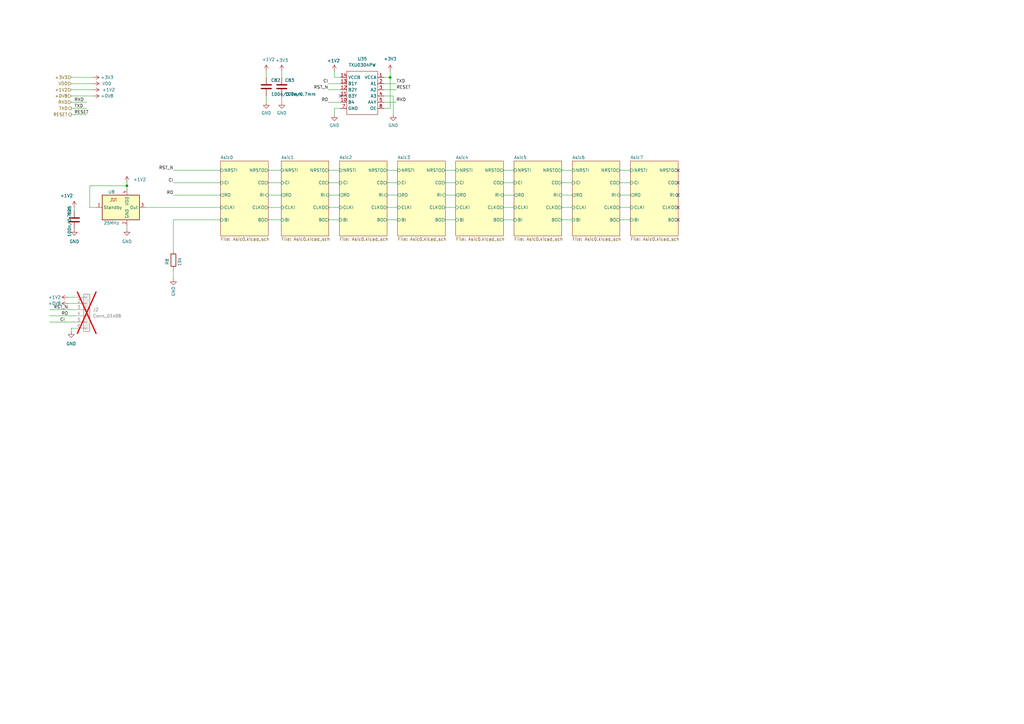
<source format=kicad_sch>
(kicad_sch (version 20250114) (generator "eeschema") (generator_version "9.0")
  (paper "A3")
  (title_block (title "BM1366 PiAxe") (date "2023-10-10") (rev "202"))
  (lib_symbols
    (symbol "+3V3_1" (power) (pin_numbers (hide yes)) (pin_names (offset 0) (hide yes))
      (property "Value" "+3V3" (at 0 3.556 0))
      (symbol "+3V3_1_0_1"
        (polyline (pts (xy -0.762 1.27) (xy 0 2.54)))
        (polyline (pts (xy 0 2.54) (xy 0.762 1.27)))
        (polyline (pts (xy 0 0) (xy 0 2.54)))
      )
      (symbol "+3V3_1_1_1"
        (pin power_in line (at 0 0 90) (length 0) (name "~") (number "1"))
      )
    )
    (symbol "Connector_Generic:Conn_01x06" (pin_names (offset 1.016) (hide yes))
      (property "Reference" "J" (at 0 7.62 0))
      (property "Value" "Conn_01x06" (at 0 -10.16 0))
      (symbol "Conn_01x06_1_1"
        (rectangle (start -1.27 6.35) (end 1.27 -8.89) (stroke (width 0.254)) (fill (type background)))
        (rectangle (start -1.27 5.207) (end 0 4.953) (stroke (width 0.1524)))
        (rectangle (start -1.27 2.667) (end 0 2.413) (stroke (width 0.1524)))
        (rectangle (start -1.27 0.127) (end 0 -0.127) (stroke (width 0.1524)))
        (rectangle (start -1.27 -2.413) (end 0 -2.667) (stroke (width 0.1524)))
        (rectangle (start -1.27 -4.953) (end 0 -5.207) (stroke (width 0.1524)))
        (rectangle (start -1.27 -7.493) (end 0 -7.747) (stroke (width 0.1524)))
        (pin passive line (at -5.08 5.08 0) (length 3.81) (name "Pin_1") (number "1"))
        (pin passive line (at -5.08 2.54 0) (length 3.81) (name "Pin_2") (number "2"))
        (pin passive line (at -5.08 0 0) (length 3.81) (name "Pin_3") (number "3"))
        (pin passive line (at -5.08 -2.54 0) (length 3.81) (name "Pin_4") (number "4"))
        (pin passive line (at -5.08 -5.08 0) (length 3.81) (name "Pin_5") (number "5"))
        (pin passive line (at -5.08 -7.62 0) (length 3.81) (name "Pin_6") (number "6"))
      )
    )
    (symbol "Device:C" (pin_numbers (hide yes)) (pin_names (offset 0.254))
      (property "Reference" "C" (at 0.635 2.54 0))
      (property "Value" "C" (at 0.635 -2.54 0))
      (symbol "C_0_1"
        (polyline (pts (xy -2.032 0.762) (xy 2.032 0.762)) (stroke (width 0.508)))
        (polyline (pts (xy -2.032 -0.762) (xy 2.032 -0.762)) (stroke (width 0.508)))
      )
      (symbol "C_1_1"
        (pin passive line (at 0 3.81 270) (length 2.794) (name "~") (number "1"))
        (pin passive line (at 0 -3.81 90) (length 2.794) (name "~") (number "2"))
      )
    )
    (symbol "Device:R" (pin_numbers (hide yes)) (pin_names (offset 0))
      (property "Reference" "R" (at 2.032 0 90))
      (property "Value" "R" (at 0 0 90))
      (symbol "R_0_1"
        (rectangle (start -1.016 -2.54) (end 1.016 2.54) (stroke (width 0.254)))
      )
      (symbol "R_1_1"
        (pin passive line (at 0 3.81 270) (length 1.27) (name "~") (number "1"))
        (pin passive line (at 0 -3.81 90) (length 1.27) (name "~") (number "2"))
      )
    )
    (symbol "GND_2" (power) (pin_names (offset 0))
      (property "Value" "GND_2" (at 0 -3.81 0))
      (symbol "GND_2_0_1"
        (polyline (pts (xy 0 0) (xy 0 -1.27) (xy 1.27 -1.27) (xy 0 -2.54) (xy -1.27 -1.27) (xy 0 -1.27)))
      )
      (symbol "GND_2_1_1"
        (pin power_in line (at 0 0 270) (length 0) (hide yes) (name "GND") (number "1"))
      )
    )
    (symbol "GND_3" (power) (pin_names (offset 0))
      (property "Value" "GND_3" (at 0 -3.81 0))
      (symbol "GND_3_0_1"
        (polyline (pts (xy 0 0) (xy 0 -1.27) (xy 1.27 -1.27) (xy 0 -2.54) (xy -1.27 -1.27) (xy 0 -1.27)))
      )
      (symbol "GND_3_1_1"
        (pin power_in line (at 0 0 270) (length 0) (hide yes) (name "GND") (number "1"))
      )
    )
    (symbol "GND_4" (power) (pin_names (offset 0))
      (property "Value" "GND_4" (at 0 -3.81 0))
      (symbol "GND_4_0_1"
        (polyline (pts (xy 0 0) (xy 0 -1.27) (xy 1.27 -1.27) (xy 0 -2.54) (xy -1.27 -1.27) (xy 0 -1.27)))
      )
      (symbol "GND_4_1_1"
        (pin power_in line (at 0 0 270) (length 0) (hide yes) (name "GND") (number "1"))
      )
    )
    (symbol "GND_5" (power) (pin_names (offset 0))
      (property "Value" "GND_5" (at 0 -3.81 0))
      (symbol "GND_5_0_1"
        (polyline (pts (xy 0 0) (xy 0 -1.27) (xy 1.27 -1.27) (xy 0 -2.54) (xy -1.27 -1.27) (xy 0 -1.27)))
      )
      (symbol "GND_5_1_1"
        (pin power_in line (at 0 0 270) (length 0) (hide yes) (name "GND") (number "1"))
      )
    )
    (symbol "GND_8" (power) (pin_names (offset 0))
      (property "Value" "GND_8" (at 0 -3.81 0))
      (symbol "GND_8_0_1"
        (polyline (pts (xy 0 0) (xy 0 -1.27) (xy 1.27 -1.27) (xy 0 -2.54) (xy -1.27 -1.27) (xy 0 -1.27)))
      )
      (symbol "GND_8_1_1"
        (pin power_in line (at 0 0 270) (length 0) (hide yes) (name "GND") (number "1"))
      )
    )
    (symbol "Oscillator:ASDMB-xxxMHz"
      (property "Reference" "U" (at -6.35 6.35 0))
      (property "Value" "ASDMB-xxxMHz" (at 11.43 6.35 0))
      (symbol "ASDMB-xxxMHz_1_1"
        (rectangle (start -7.62 5.08) (end 7.62 -5.08) (stroke (width 0.254)) (fill (type background)))
        (polyline (pts (xy -4.445 2.54) (xy -3.81 2.54) (xy -3.81 3.81) (xy -3.175 3.81) (xy -3.175 2.54) (xy -2.54 2.54) (xy -2.54 3.81) (xy -1.905 3.81) (xy -1.905 2.54)))
        (pin input line (at -10.16 0 0) (length 2.54) (name "Standby") (number "1"))
        (pin power_in line (at 2.54 7.62 270) (length 2.54) (name "VDD") (number "4"))
        (pin power_in line (at 2.54 -7.62 90) (length 2.54) (name "GND") (number "2"))
        (pin output line (at 10.16 0 180) (length 2.54) (name "Out") (number "3"))
      )
    )
    (symbol "mylib7:+0V8" (power) (exclude_from_sim yes) (in_bom no) (on_board no)
      (property "Value" "+0V8" (at 0 3.175 90))
      (symbol "+0V8_0_1"
        (polyline (pts (xy -0.762 1.27) (xy 0 2.54)))
        (polyline (pts (xy 0 2.54) (xy 0.762 1.27)))
        (polyline (pts (xy 0 0) (xy 0 2.54)))
      )
      (symbol "+0V8_1_1"
        (pin power_in line (at 0 0 90) (length 0) (hide yes) (name "+0V8") (number "1"))
      )
    )
    (symbol "mylib7:TXU0304"
      (property "Reference" "U" (at -1.27 8.382 0))
      (property "Value" "TXU0304PW" (at -10.16 2.54 0))
      (symbol "TXU0304_0_1"
        (rectangle (start -7.62 7.62) (end 5.08 -10.16))
      )
      (symbol "TXU0304_1_1"
        (pin power_in line (at -10.16 5.08 0) (length 2.54) (name "VCCA") (number "1"))
        (pin input line (at -10.16 2.54 0) (length 2.54) (name "A1") (number "2"))
        (pin input line (at -10.16 0 0) (length 2.54) (name "A2") (number "3"))
        (pin input line (at -10.16 -2.54 0) (length 2.54) (name "A3") (number "4"))
        (pin output line (at -10.16 -5.08 0) (length 2.54) (name "A4Y") (number "5"))
        (pin input line (at -10.16 -7.62 0) (length 2.54) (name "OE") (number "8"))
        (pin power_in line (at 7.62 5.08 180) (length 2.54) (name "VCCB") (number "14"))
        (pin output line (at 7.62 2.54 180) (length 2.54) (name "B1Y") (number "13"))
        (pin output line (at 7.62 0 180) (length 2.54) (name "B2Y") (number "12"))
        (pin output line (at 7.62 -2.54 180) (length 2.54) (name "B3Y") (number "11"))
        (pin input line (at 7.62 -5.08 180) (length 2.54) (name "B4") (number "10"))
        (pin passive line (at 7.62 -7.62 180) (length 2.54) (name "GND") (number "7"))
      )
    )
    (symbol "power:+1V2" (power) (pin_numbers (hide yes)) (pin_names (offset 0) (hide yes))
      (property "Value" "+1V2" (at 0 3.556 0))
      (symbol "+1V2_0_1"
        (polyline (pts (xy -0.762 1.27) (xy 0 2.54)))
        (polyline (pts (xy 0 2.54) (xy 0.762 1.27)))
        (polyline (pts (xy 0 0) (xy 0 2.54)))
      )
      (symbol "+1V2_1_1"
        (pin power_in line (at 0 0 90) (length 0) (name "~") (number "1"))
      )
    )
    (symbol "power:+3V3" (power) (pin_names (offset 0))
      (property "Value" "+3V3" (at 0 3.556 0))
      (symbol "+3V3_0_1"
        (polyline (pts (xy -0.762 1.27) (xy 0 2.54)))
        (polyline (pts (xy 0 2.54) (xy 0.762 1.27)))
        (polyline (pts (xy 0 0) (xy 0 2.54)))
      )
      (symbol "+3V3_1_1"
        (pin power_in line (at 0 0 90) (length 0) (hide yes) (name "+3V3") (number "1"))
      )
    )
    (symbol "power:GND" (power) (pin_names (offset 0))
      (property "Value" "GND" (at 0 -3.81 0))
      (symbol "GND_0_1"
        (polyline (pts (xy 0 0) (xy 0 -1.27) (xy 1.27 -1.27) (xy 0 -2.54) (xy -1.27 -1.27) (xy 0 -1.27)))
      )
      (symbol "GND_1_1"
        (pin power_in line (at 0 0 270) (length 0) (hide yes) (name "GND") (number "1"))
      )
    )
    (symbol "power:VDD" (power) (pin_numbers (hide yes)) (pin_names (offset 0) (hide yes))
      (property "Value" "VDD" (at 0 3.556 0))
      (symbol "VDD_0_1"
        (polyline (pts (xy -0.762 1.27) (xy 0 2.54)))
        (polyline (pts (xy 0 2.54) (xy 0.762 1.27)))
        (polyline (pts (xy 0 0) (xy 0 2.54)))
      )
      (symbol "VDD_1_1"
        (pin power_in line (at 0 0 90) (length 0) (name "~") (number "1"))
      )
    )
  )
  (junction (at 160.02 31.75))
  (junction (at 52.07 76.2))
  (no_connect (at 139.7 39.37))
  (no_connect (at 278.13 74.93))
  (no_connect (at 278.13 69.85))
  (no_connect (at 278.13 90.17))
  (no_connect (at 278.13 85.09))
  (no_connect (at 278.13 80.01))
  (wire (pts (xy 52.07 76.2) (xy 52.07 77.47)))
  (wire (pts (xy 29.21 34.29) (xy 38.1 34.29)))
  (wire (pts (xy 230.378 90.17) (xy 234.696 90.17)))
  (wire (pts (xy 134.62 34.29) (xy 139.7 34.29)))
  (wire (pts (xy 134.874 69.85) (xy 139.192 69.85)))
  (wire (pts (xy 52.07 74.93) (xy 52.07 76.2)))
  (wire (pts (xy 137.16 29.21) (xy 137.16 31.75)))
  (wire (pts (xy 30.48 85.09) (xy 30.48 86.36)))
  (wire (pts (xy 134.874 80.01) (xy 139.192 80.01)))
  (wire (pts (xy 27.94 124.46) (xy 30.48 124.46)))
  (wire (pts (xy 36.83 76.2) (xy 36.83 85.09)))
  (wire (pts (xy 161.29 39.37) (xy 157.48 39.37)))
  (wire (pts (xy 29.21 31.75) (xy 38.1 31.75)))
  (wire (pts (xy 206.502 85.09) (xy 210.82 85.09)))
  (wire (pts (xy 52.07 76.2) (xy 36.83 76.2)))
  (wire (pts (xy 71.12 90.17) (xy 90.424 90.17)))
  (wire (pts (xy 59.69 85.09) (xy 90.424 85.09)))
  (wire (pts (xy 182.626 90.17) (xy 186.944 90.17)))
  (wire (pts (xy 157.48 34.29) (xy 162.56 34.29)))
  (wire (pts (xy 206.502 74.93) (xy 210.82 74.93)))
  (wire (pts (xy 254.254 80.01) (xy 258.572 80.01)))
  (wire (pts (xy 230.378 85.09) (xy 234.696 85.09)))
  (wire (pts (xy 137.16 31.75) (xy 139.7 31.75)))
  (wire (pts (xy 36.83 85.09) (xy 39.37 85.09)))
  (wire (pts (xy 115.57 39.37) (xy 115.57 41.91)))
  (wire (pts (xy 29.21 134.62) (xy 30.48 134.62)))
  (wire (pts (xy 71.12 102.87) (xy 71.12 90.17)))
  (wire (pts (xy 160.02 29.21) (xy 160.02 31.75)))
  (wire (pts (xy 71.12 114.3) (xy 71.12 110.49)))
  (wire (pts (xy 71.12 74.93) (xy 90.424 74.93)))
  (wire (pts (xy 109.982 80.01) (xy 115.316 80.01)))
  (wire (pts (xy 71.12 69.85) (xy 90.424 69.85)))
  (wire (pts (xy 206.502 69.85) (xy 210.82 69.85)))
  (wire (pts (xy 206.502 80.01) (xy 210.82 80.01)))
  (wire (pts (xy 109.982 85.09) (xy 115.316 85.09)))
  (wire (pts (xy 182.626 85.09) (xy 186.944 85.09)))
  (wire (pts (xy 158.75 80.01) (xy 163.068 80.01)))
  (wire (pts (xy 254.254 74.93) (xy 258.572 74.93)))
  (wire (pts (xy 254.254 85.09) (xy 258.572 85.09)))
  (wire (pts (xy 254.254 69.85) (xy 258.572 69.85)))
  (wire (pts (xy 182.626 74.93) (xy 186.944 74.93)))
  (wire (pts (xy 160.02 31.75) (xy 157.48 31.75)))
  (wire (pts (xy 134.62 41.91) (xy 139.7 41.91)))
  (wire (pts (xy 109.982 69.85) (xy 115.316 69.85)))
  (wire (pts (xy 157.48 44.45) (xy 160.02 44.45)))
  (wire (pts (xy 115.57 29.21) (xy 115.57 31.75)))
  (wire (pts (xy 29.21 135.89) (xy 29.21 134.62)))
  (wire (pts (xy 158.75 69.85) (xy 163.068 69.85)))
  (wire (pts (xy 158.75 90.17) (xy 163.068 90.17)))
  (wire (pts (xy 161.29 46.99) (xy 161.29 39.37)))
  (wire (pts (xy 109.22 29.21) (xy 109.22 31.75)))
  (wire (pts (xy 71.12 80.01) (xy 90.424 80.01)))
  (wire (pts (xy 139.7 44.45) (xy 137.16 44.45)))
  (wire (pts (xy 230.378 80.01) (xy 234.696 80.01)))
  (wire (pts (xy 20.32 132.08) (xy 30.48 132.08)))
  (wire (pts (xy 29.21 39.37) (xy 38.1 39.37)))
  (wire (pts (xy 157.48 36.83) (xy 162.56 36.83)))
  (wire (pts (xy 137.16 44.45) (xy 137.16 46.99)))
  (wire (pts (xy 158.75 85.09) (xy 163.068 85.09)))
  (wire (pts (xy 109.982 90.17) (xy 115.316 90.17)))
  (wire (pts (xy 182.626 80.01) (xy 186.944 80.01)))
  (wire (pts (xy 182.626 69.85) (xy 186.944 69.85)))
  (wire (pts (xy 20.32 127) (xy 30.48 127)))
  (wire (pts (xy 230.378 69.85) (xy 234.696 69.85)))
  (wire (pts (xy 157.48 41.91) (xy 162.56 41.91)))
  (wire (pts (xy 52.07 92.71) (xy 52.07 93.98)))
  (wire (pts (xy 134.874 74.93) (xy 139.192 74.93)))
  (wire (pts (xy 206.502 90.17) (xy 210.82 90.17)))
  (wire (pts (xy 134.874 85.09) (xy 139.192 85.09)))
  (wire (pts (xy 134.62 36.83) (xy 139.7 36.83)))
  (wire (pts (xy 254.254 90.17) (xy 258.572 90.17)))
  (wire (pts (xy 134.874 90.17) (xy 139.192 90.17)))
  (wire (pts (xy 27.94 121.92) (xy 30.48 121.92)))
  (wire (pts (xy 29.21 41.91) (xy 35.56 41.91)))
  (wire (pts (xy 109.982 74.93) (xy 115.316 74.93)))
  (wire (pts (xy 29.21 44.45) (xy 35.56 44.45)))
  (wire (pts (xy 109.22 39.37) (xy 109.22 41.91)))
  (wire (pts (xy 20.32 129.54) (xy 30.48 129.54)))
  (wire (pts (xy 158.75 74.93) (xy 163.068 74.93)))
  (wire (pts (xy 230.378 74.93) (xy 234.696 74.93)))
  (wire (pts (xy 160.02 44.45) (xy 160.02 31.75)))
  (wire (pts (xy 29.21 46.99) (xy 35.56 46.99)))
  (wire (pts (xy 29.21 36.83) (xy 38.1 36.83)))
  (label "RST_N" (at 71.12 69.85 180))
  (label "RO" (at 134.62 41.91 180))
  (label "RESET" (at 162.56 36.83 0))
  (label "RST_N" (at 27.94 127 180))
  (label "RO" (at 71.12 80.01 180))
  (label "CI" (at 26.67 132.08 180))
  (label "TXD" (at 30.48 44.45 0))
  (label "RXD" (at 30.48 41.91 0))
  (label "TXD" (at 162.56 34.29 0))
  (label "RST_N" (at 134.62 36.83 180))
  (label "RXD" (at 162.56 41.91 0))
  (label "RESET" (at 30.48 46.99 0))
  (label "RO" (at 27.94 129.54 180))
  (label "CI" (at 71.12 74.93 180))
  (label "CI" (at 134.62 34.29 180))
  (hierarchical_label "+3V3" (shape input) (at 29.21 31.75 180))
  (hierarchical_label "+0V8" (shape input) (at 29.21 39.37 180))
  (hierarchical_label "+1V2" (shape input) (at 29.21 36.83 180))
  (hierarchical_label "TXD" (shape output) (at 29.21 44.45 180))
  (hierarchical_label "RESET" (shape output) (at 29.21 46.99 180))
  (hierarchical_label "VDD" (shape input) (at 29.21 34.29 180))
  (hierarchical_label "RXD" (shape input) (at 29.21 41.91 180))
  (symbol (lib_id "power:GND") (at 109.22 41.91 0) (mirror y) (unit 1)
    (property "Reference" "#PWR0150" (effects (hide yes)))
    (property "Value" "GND" (at 109.22 46.355 0))
  )
  (symbol (lib_id "power:VDD") (at 38.1 34.29 270) (unit 1)
    (property "Reference" "#PWR050" (effects (hide yes)))
    (property "Value" "VDD" (at 41.91 34.2899 90) (effects (justify left)))
    (property "Description" "Power symbol creates a global label with name \"VDD\"" (effects (hide yes)))
  )
  (symbol (lib_id "power:+1V2") (at 52.07 74.93 0) (unit 1)
    (property "Reference" "#PWR060" (effects (hide yes)))
    (property "Value" "+1V2" (at 54.61 73.6599 0) (effects (justify left)))
    (property "Description" "Power symbol creates a global label with name \"+1V2\"" (effects (hide yes)))
  )
  (symbol (lib_id "power:+1V2") (at 109.22 29.21 0) (unit 1)
    (property "Reference" "#PWR0149" (effects (hide yes)))
    (property "Value" "+1V2" (at 107.442 24.384 0) (effects (justify left)))
    (property "Description" "Power symbol creates a global label with name \"+1V2\"" (effects (hide yes)))
  )
  (symbol (lib_id "power:+1V2") (at 27.94 121.92 90) (unit 1)
    (property "Reference" "#PWR0190" (effects (hide yes)))
    (property "Value" "+1V2" (at 22.352 121.92 90))
    (property "Description" "Power symbol creates a global label with name \"+1V2\"" (effects (hide yes)))
  )
  (symbol (lib_id "mylib7:TXU0304") (at 147.32 36.83 0) (mirror y) (unit 1)
    (property "Reference" "U35" (at 148.59 24.13 0))
    (property "Value" "TXU0304PW" (at 148.59 26.67 0))
    (property "Footprint" "Package_SO:TSSOP-14-1EP_4.4x5mm_P0.65mm" (effects (hide yes)))
    (property "Description" "IC TRANSLATOR UNIDIR 14TSSOP" (effects (hide yes)))
    (property "Distributor" "D" (effects (hide yes)))
    (property "Manufacturer" "TXU0304PWR" (effects (hide yes)))
    (property "OrderNr" "296-TXU0304PWRCT-ND" (effects (hide yes)))
  )
  (symbol (lib_id "power:+1V2") (at 38.1 36.83 270) (unit 1)
    (property "Reference" "#PWR051" (effects (hide yes)))
    (property "Value" "+1V2" (at 41.91 36.8299 90) (effects (justify left)))
    (property "Description" "Power symbol creates a global label with name \"+1V2\"" (effects (hide yes)))
  )
  (symbol (lib_id "power:+1V2") (at 137.16 29.21 0) (unit 1)
    (property "Reference" "#PWR0163" (effects (hide yes)))
    (property "Value" "+1V2" (at 134.112 24.892 0) (effects (justify left)))
    (property "Description" "Power symbol creates a global label with name \"+1V2\"" (effects (hide yes)))
  )
  (symbol (lib_id "power:+3V3") (at 115.57 29.21 0) (unit 1)
    (property "Reference" "#PWR0151" (effects (hide yes)))
    (property "Value" "+3V3" (at 115.57 24.765 0))
  )
  (symbol (lib_id "Device:C") (at 115.57 35.56 0) (unit 1)
    (property "Reference" "C83" (at 116.84 33.655 0) (effects (justify left bottom)))
    (property "Value" "100n/0.7mm" (at 116.84 39.37 0) (effects (justify left bottom)))
    (property "Footprint" "Capacitor_SMD:C_0805_2012Metric" (effects (hide yes)))
    (property "Description" "CAP CER 0.1UF 50V X7R 0805" (effects (hide yes)))
    (property "Distributor" "D" (effects (hide yes)))
    (property "Manufacturer" "AC0805KRX7R9BB104" (effects (hide yes)))
    (property "OrderNr" "311-3037-1-ND" (effects (hide yes)))
  )
  (symbol (lib_id "Device:C") (at 30.48 90.17 0) (unit 1)
    (property "Reference" "C25" (at 29.21 88.265 90) (effects (justify left bottom)))
    (property "Value" "100n/0.7mm" (at 29.21 97.155 90) (effects (justify left bottom)))
    (property "Footprint" "Capacitor_SMD:C_0805_2012Metric" (effects (hide yes)))
    (property "Description" "CAP CER 0.1UF 50V X7R 0805" (effects (hide yes)))
    (property "Distributor" "D" (effects (hide yes)))
    (property "Manufacturer" "AC0805KRX7R9BB104" (effects (hide yes)))
    (property "OrderNr" "311-3037-1-ND" (effects (hide yes)))
  )
  (symbol (lib_id "power:+1V2") (at 30.48 85.09 0) (unit 1)
    (property "Reference" "#PWR054" (effects (hide yes)))
    (property "Value" "+1V2" (at 24.638 80.264 0) (effects (justify left)))
    (property "Description" "Power symbol creates a global label with name \"+1V2\"" (effects (hide yes)))
  )
  (symbol (lib_id "power:+3V3") (at 38.1 31.75 270) (unit 1)
    (property "Reference" "#PWR0192" (effects (hide yes)))
    (property "Value" "+3V3" (at 41.275 31.75 90) (effects (justify left)))
  )
  (symbol (lib_id "power:GND") (at 115.57 41.91 0) (mirror y) (unit 1)
    (property "Reference" "#PWR0152" (effects (hide yes)))
    (property "Value" "GND" (at 115.57 46.355 0))
  )
  (symbol (lib_name "GND_5") (lib_id "power:GND") (at 137.16 46.99 0) (unit 1)
    (property "Reference" "#PWR0164" (effects (hide yes)))
    (property "Value" "GND" (at 137.16 51.435 0))
  )
  (symbol (lib_name "GND_2") (lib_id "power:GND") (at 30.48 93.98 0) (unit 1)
    (property "Reference" "#PWR055" (effects (hide yes)))
    (property "Value" "GND" (at 30.48 99.06 0))
  )
  (symbol (lib_id "mylib7:+0V8") (at 27.94 124.46 90) (unit 1)
    (property "Reference" "#U031" (effects (hide yes)))
    (property "Value" "+0V8" (at 19.685 124.46 90) (effects (justify right)))
    (property "Distributor" "-" (effects (hide yes)))
  )
  (symbol (lib_name "GND_4") (lib_id "power:GND") (at 71.12 114.3 0) (unit 1)
    (property "Reference" "#PWR075" (effects (hide yes)))
    (property "Value" "GND" (at 71.12 117.475 90) (effects (justify right)))
  )
  (symbol (lib_name "GND_3") (lib_id "power:GND") (at 52.07 93.98 0) (unit 1)
    (property "Reference" "#PWR061" (effects (hide yes)))
    (property "Value" "GND" (at 52.07 99.06 0))
  )
  (symbol (lib_name "GND_8") (lib_id "power:GND") (at 29.21 135.89 0) (unit 1)
    (property "Reference" "#PWR0191" (effects (hide yes)))
    (property "Value" "GND" (at 29.21 140.97 0))
  )
  (symbol (lib_name "GND_5") (lib_id "power:GND") (at 161.29 46.99 0) (unit 1)
    (property "Reference" "#PWR03001" (effects (hide yes)))
    (property "Value" "GND" (at 161.29 51.435 0))
  )
  (symbol (lib_id "Oscillator:ASDMB-xxxMHz") (at 49.53 85.09 0) (unit 1)
    (property "Reference" "U8" (at 45.72 78.74 0))
    (property "Value" "25MHz" (at 45.72 91.44 0))
    (property "Footprint" "Oscillator:Oscillator_SMD_EuroQuartz_XO32-4Pin_3.2x2.5mm" (effects (hide yes)))
    (property "Datasheet" "https://portal.iqdfrequencyproducts.com/products/pn/LFSPXO076024Reel.pdf" (effects (hide yes)))
    (property "Description" "XTAL OSC XO 25.0000MHZ CMOS SMD" (effects (hide yes)))
    (property "OrderNr" "1923-1664-1-ND" (effects (hide yes)))
    (property "Distributor" "D" (effects (hide yes)))
    (property "Manufacturer" "1923-LFSPXO076024CT-ND" (effects (hide yes)))
  )
  (symbol (lib_id "mylib7:+0V8") (at 38.1 39.37 270) (unit 1)
    (property "Reference" "#U034" (effects (hide yes)))
    (property "Value" "+0V8" (at 41.275 39.37 90) (effects (justify left)))
    (property "Distributor" "-" (effects (hide yes)))
  )
  (symbol (lib_id "Device:R") (at 71.12 106.68 180) (unit 1)
    (property "Reference" "R8" (at 68.58 107.315 90))
    (property "Value" "10k" (at 73.66 107.315 90))
    (property "Footprint" "Resistor_SMD:R_0805_2012Metric" (effects (hide yes)))
    (property "Description" "RES 10K OHM 1% 1/8W 0805" (effects (hide yes)))
    (property "Distributor" "D" (effects (hide yes)))
    (property "Manufacturer" "RMCF0805FT10K0" (effects (hide yes)))
    (property "OrderNr" "RMCF0805FT10K0CT-ND" (effects (hide yes)))
  )
  (symbol (lib_id "Device:C") (at 109.22 35.56 0) (unit 1)
    (property "Reference" "C82" (at 111.125 33.655 0) (effects (justify left bottom)))
    (property "Value" "100n/0.7mm" (at 111.125 39.37 0) (effects (justify left bottom)))
    (property "Footprint" "Capacitor_SMD:C_0805_2012Metric" (effects (hide yes)))
    (property "Description" "CAP CER 0.1UF 50V X7R 0805" (effects (hide yes)))
    (property "Distributor" "D" (effects (hide yes)))
    (property "Manufacturer" "AC0805KRX7R9BB104" (effects (hide yes)))
    (property "OrderNr" "311-3037-1-ND" (effects (hide yes)))
  )
  (symbol (lib_name "+3V3_1") (lib_id "power:+3V3") (at 160.02 29.21 0) (unit 1)
    (property "Reference" "#PWR0162" (effects (hide yes)))
    (property "Value" "+3V3" (at 160.02 24.13 0))
    (property "Description" "Power symbol creates a global label with name \"+3V3\"" (effects (hide yes)))
  )
  (symbol (lib_id "Connector_Generic:Conn_01x06") (at 35.56 127 0) (unit 1) (in_bom no) (dnp yes)
    (property "Reference" "J2" (at 38.1 127 0) (effects (justify left)))
    (property "Value" "Conn_01x06" (at 38.1 129.54 0) (effects (justify left)))
    (property "Footprint" "Connector_PinHeader_1.27mm:PinHeader_1x06_P1.27mm_Vertical" (effects (hide yes)))
    (property "Distributor" "-" (effects (hide yes)))
  )
  (sheet (at 234.696 66.04) (size 19.558 30.734) (stroke (width 0.1524) (color 132 0 0 1)) (fill (color 255 255 194 1.0000))
    (property "Sheetname" "Asic6" (at 234.696 65.3284 0) (effects (justify left bottom)))
    (property "Sheetfile" "Asic0.kicad_sch" (at 234.696 97.3586 0) (effects (justify left top)))
    (pin "CLKI" input (at 234.696 85.09 180))
    (pin "CI" input (at 234.696 74.93 180))
    (pin "RO" output (at 234.696 80.01 180))
    (pin "BI" input (at 234.696 90.17 180))
    (pin "NRSTI" input (at 234.696 69.85 180))
    (pin "BO" output (at 254.254 90.17 0))
    (pin "NRSTO" output (at 254.254 69.85 0))
    (pin "RI" input (at 254.254 80.01 0))
    (pin "CO" output (at 254.254 74.93 0))
    (pin "CLKO" output (at 254.254 85.09 0))
  )
  (sheet (at 163.068 66.04) (size 19.558 30.734) (stroke (width 0.1524) (color 132 0 0 1)) (fill (color 255 255 194 1.0000))
    (property "Sheetname" "Asic3" (at 163.068 65.3284 0) (effects (justify left bottom)))
    (property "Sheetfile" "Asic0.kicad_sch" (at 163.068 97.3586 0) (effects (justify left top)))
    (pin "CLKI" input (at 163.068 85.09 180))
    (pin "CI" input (at 163.068 74.93 180))
    (pin "RO" output (at 163.068 80.01 180))
    (pin "BI" input (at 163.068 90.17 180))
    (pin "NRSTI" input (at 163.068 69.85 180))
    (pin "BO" output (at 182.626 90.17 0))
    (pin "NRSTO" output (at 182.626 69.85 0))
    (pin "RI" input (at 182.626 80.01 0))
    (pin "CO" output (at 182.626 74.93 0))
    (pin "CLKO" output (at 182.626 85.09 0))
  )
  (sheet (at 186.944 66.04) (size 19.558 30.734) (stroke (width 0.1524) (color 132 0 0 1)) (fill (color 255 255 194 1.0000))
    (property "Sheetname" "Asic4" (at 186.944 65.3284 0) (effects (justify left bottom)))
    (property "Sheetfile" "Asic0.kicad_sch" (at 186.944 97.3586 0) (effects (justify left top)))
    (pin "CLKI" input (at 186.944 85.09 180))
    (pin "CI" input (at 186.944 74.93 180))
    (pin "RO" output (at 186.944 80.01 180))
    (pin "BI" input (at 186.944 90.17 180))
    (pin "NRSTI" input (at 186.944 69.85 180))
    (pin "BO" output (at 206.502 90.17 0))
    (pin "NRSTO" output (at 206.502 69.85 0))
    (pin "RI" input (at 206.502 80.01 0))
    (pin "CO" output (at 206.502 74.93 0))
    (pin "CLKO" output (at 206.502 85.09 0))
  )
  (sheet (at 258.572 66.04) (size 19.558 30.734) (stroke (width 0.1524) (color 132 0 0 1)) (fill (color 255 255 194 1.0000))
    (property "Sheetname" "Asic7" (at 258.572 65.3284 0) (effects (justify left bottom)))
    (property "Sheetfile" "Asic0.kicad_sch" (at 258.572 97.3586 0) (effects (justify left top)))
    (pin "CLKI" input (at 258.572 85.09 180))
    (pin "CI" input (at 258.572 74.93 180))
    (pin "RO" output (at 258.572 80.01 180))
    (pin "BI" input (at 258.572 90.17 180))
    (pin "NRSTI" input (at 258.572 69.85 180))
    (pin "BO" output (at 278.13 90.17 0))
    (pin "NRSTO" output (at 278.13 69.85 0))
    (pin "RI" input (at 278.13 80.01 0))
    (pin "CO" output (at 278.13 74.93 0))
    (pin "CLKO" output (at 278.13 85.09 0))
  )
  (sheet (at 210.82 66.04) (size 19.558 30.734) (stroke (width 0.1524) (color 132 0 0 1)) (fill (color 255 255 194 1.0000))
    (property "Sheetname" "Asic5" (at 210.82 65.3284 0) (effects (justify left bottom)))
    (property "Sheetfile" "Asic0.kicad_sch" (at 210.82 97.3586 0) (effects (justify left top)))
    (pin "CLKI" input (at 210.82 85.09 180))
    (pin "CI" input (at 210.82 74.93 180))
    (pin "RO" output (at 210.82 80.01 180))
    (pin "BI" input (at 210.82 90.17 180))
    (pin "NRSTI" input (at 210.82 69.85 180))
    (pin "BO" output (at 230.378 90.17 0))
    (pin "NRSTO" output (at 230.378 69.85 0))
    (pin "RI" input (at 230.378 80.01 0))
    (pin "CO" output (at 230.378 74.93 0))
    (pin "CLKO" output (at 230.378 85.09 0))
  )
  (sheet (at 90.424 66.04) (size 19.558 30.734) (stroke (width 0.1524) (color 132 0 0 1)) (fill (color 255 255 194 1.0000))
    (property "Sheetname" "Asic0" (at 90.424 65.3284 0) (effects (justify left bottom)))
    (property "Sheetfile" "Asic0.kicad_sch" (at 90.424 97.3586 0) (effects (justify left top)))
    (pin "CLKI" input (at 90.424 85.09 180))
    (pin "CI" input (at 90.424 74.93 180))
    (pin "RO" output (at 90.424 80.01 180))
    (pin "BI" input (at 90.424 90.17 180))
    (pin "NRSTI" input (at 90.424 69.85 180))
    (pin "BO" output (at 109.982 90.17 0))
    (pin "NRSTO" output (at 109.982 69.85 0))
    (pin "RI" input (at 109.982 80.01 0))
    (pin "CO" output (at 109.982 74.93 0))
    (pin "CLKO" output (at 109.982 85.09 0))
  )
  (sheet (at 115.316 66.04) (size 19.558 30.734) (stroke (width 0.1524) (color 132 0 0 1)) (fill (color 255 255 194 1.0000))
    (property "Sheetname" "Asic1" (at 115.316 65.3284 0) (effects (justify left bottom)))
    (property "Sheetfile" "Asic0.kicad_sch" (at 115.316 97.3586 0) (effects (justify left top)))
    (pin "CLKI" input (at 115.316 85.09 180))
    (pin "CI" input (at 115.316 74.93 180))
    (pin "RO" output (at 115.316 80.01 180))
    (pin "BI" input (at 115.316 90.17 180))
    (pin "NRSTI" input (at 115.316 69.85 180))
    (pin "BO" output (at 134.874 90.17 0))
    (pin "NRSTO" output (at 134.874 69.85 0))
    (pin "RI" input (at 134.874 80.01 0))
    (pin "CO" output (at 134.874 74.93 0))
    (pin "CLKO" output (at 134.874 85.09 0))
  )
  (sheet (at 139.192 66.04) (size 19.558 30.734) (stroke (width 0.1524) (color 132 0 0 1)) (fill (color 255 255 194 1.0000))
    (property "Sheetname" "Asic2" (at 139.192 65.3284 0) (effects (justify left bottom)))
    (property "Sheetfile" "Asic0.kicad_sch" (at 139.192 97.3586 0) (effects (justify left top)))
    (pin "CLKI" input (at 139.192 85.09 180))
    (pin "CI" input (at 139.192 74.93 180))
    (pin "RO" output (at 139.192 80.01 180))
    (pin "BI" input (at 139.192 90.17 180))
    (pin "NRSTI" input (at 139.192 69.85 180))
    (pin "BO" output (at 158.75 90.17 0))
    (pin "NRSTO" output (at 158.75 69.85 0))
    (pin "RI" input (at 158.75 80.01 0))
    (pin "CO" output (at 158.75 74.93 0))
    (pin "CLKO" output (at 158.75 85.09 0))
  )
)
</source>
